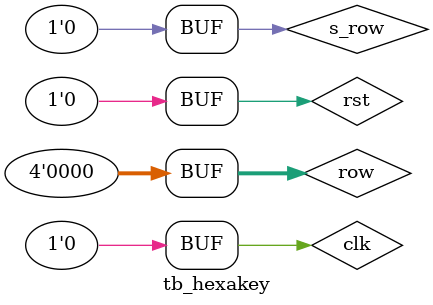
<source format=v>
`timescale 1ns / 1ps


module tb_hexakey;

	// Inputs
	wire [3:0] row;
	reg s_row;
	reg clk;
	reg rst;

	// Outputs
	wire valid;
	wire [3:0] code;
	wire [3:0] col;

	// Instantiate the Unit Under Test (UUT)
	Hex_keyboard uut (
		.row(row), 
		.s_row(s_row), 
		.clk(clk), 
		.rst(rst), 
		.valid(valid), 
		.code(code), 
		.col(col)
	);

	initial begin
		// Initialize Inputs
		row = 0;
		s_row = 0;
		clk = 0;
		rst = 0;

		// Wait 100 ns for global reset to finish
		#100;
        
		// Add stimulus here

	end
      
endmodule


</source>
